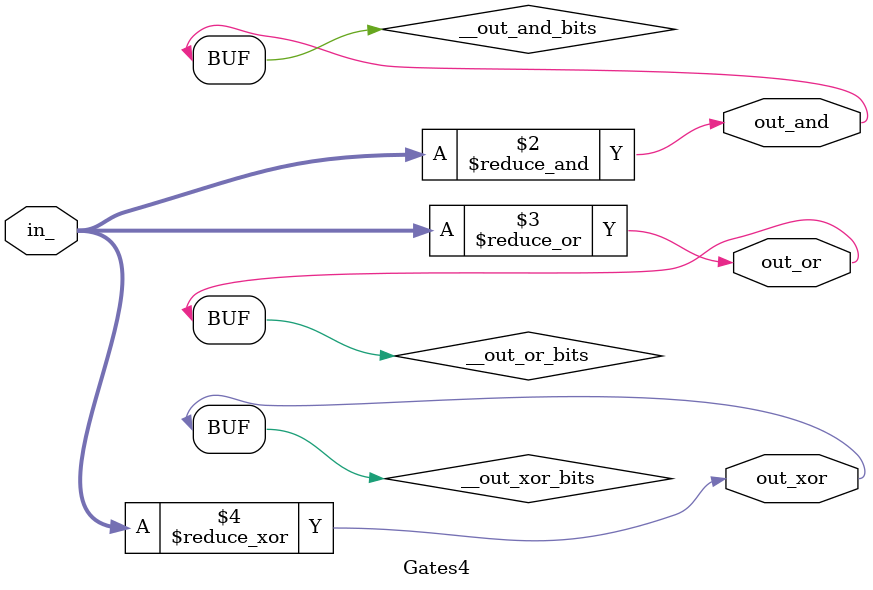
<source format=sv>
module Gates4(
  input  wire [3:0] in_,
  output wire       out_and,
                    out_or,
                    out_xor
);

  // Variables for output ports
  logic __out_and_bits;
  logic __out_or_bits;
  logic __out_xor_bits;

  // @comb update():
  always_comb begin
    __out_and_bits = &in_;
    __out_or_bits = |in_;
    __out_xor_bits = ^in_;
  end // always_comb

  assign out_and = __out_and_bits;
  assign out_or = __out_or_bits;
  assign out_xor = __out_xor_bits;
endmodule

</source>
